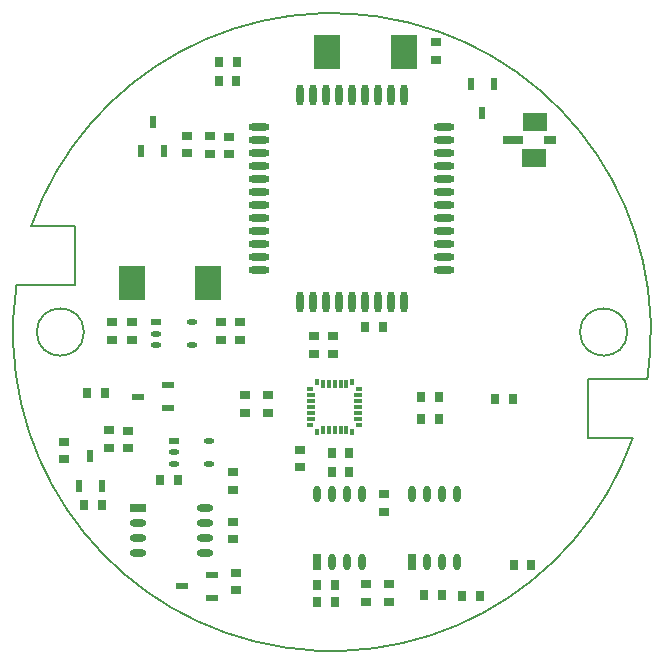
<source format=gtp>
%FSLAX25Y25*%
%MOIN*%
G70*
G01*
G75*
G04 Layer_Color=8421504*
%ADD10R,0.02756X0.03347*%
%ADD11R,0.03347X0.02756*%
%ADD12R,0.03937X0.03150*%
%ADD13R,0.07874X0.06000*%
%ADD14R,0.07000X0.03150*%
%ADD15O,0.07087X0.02362*%
%ADD16O,0.02362X0.07087*%
%ADD17R,0.03937X0.02362*%
%ADD18R,0.02362X0.03937*%
%ADD19R,0.01181X0.02165*%
%ADD20R,0.01181X0.03150*%
%ADD21R,0.02165X0.01181*%
%ADD22R,0.03150X0.01181*%
%ADD23O,0.05500X0.02500*%
%ADD24R,0.05500X0.02500*%
%ADD25R,0.08661X0.11811*%
%ADD26O,0.02500X0.05500*%
%ADD27R,0.02500X0.05500*%
%ADD28O,0.03543X0.01969*%
%ADD29R,0.03543X0.01969*%
%ADD30O,0.03543X0.01969*%
%ADD31C,0.01000*%
%ADD32C,0.00800*%
%ADD33C,0.03000*%
%ADD34C,0.02000*%
%ADD35C,0.04000*%
%ADD36C,0.05000*%
%ADD37C,0.06000*%
%ADD38C,0.00600*%
%ADD39C,0.02500*%
%ADD40C,0.00500*%
%ADD41C,0.06000*%
%ADD42R,0.05906X0.05906*%
%ADD43C,0.05906*%
%ADD44R,0.05906X0.05906*%
%ADD45O,0.07874X0.11811*%
%ADD46R,0.07874X0.11811*%
%ADD47C,0.03000*%
%ADD48C,0.02000*%
%ADD49C,0.05000*%
%ADD50R,0.02559X0.04843*%
%ADD51R,0.02756X0.08268*%
%ADD52R,0.01575X0.03347*%
%ADD53C,0.07000*%
%ADD54C,0.02362*%
%ADD55C,0.00984*%
%ADD56C,0.00787*%
%ADD57R,0.01575X0.11811*%
D10*
X-5000Y-84400D02*
D03*
X905D02*
D03*
X29761Y-28896D02*
D03*
X35667D02*
D03*
X-51294Y-49400D02*
D03*
X-57200D02*
D03*
X-31894Y83626D02*
D03*
X-37800D02*
D03*
X-37700Y90126D02*
D03*
X-31795D02*
D03*
X-81500Y-20400D02*
D03*
X-75595D02*
D03*
X60600Y-77500D02*
D03*
X66505D02*
D03*
X10994Y1626D02*
D03*
X16900D02*
D03*
X29767Y-21496D02*
D03*
X35672D02*
D03*
X36645Y-87774D02*
D03*
X30739D02*
D03*
X49300Y-87874D02*
D03*
X43395D02*
D03*
X-100Y-40174D02*
D03*
X5805D02*
D03*
X-100Y-46774D02*
D03*
X5805D02*
D03*
X-82500Y-57500D02*
D03*
X-76595D02*
D03*
X-5000Y-90000D02*
D03*
X905D02*
D03*
X54500Y-22400D02*
D03*
X60405D02*
D03*
D11*
X-28865Y-21074D02*
D03*
Y-26980D02*
D03*
X17200Y-53988D02*
D03*
Y-59894D02*
D03*
X-10500Y-45074D02*
D03*
Y-39169D02*
D03*
X-33000Y-52500D02*
D03*
Y-46595D02*
D03*
X-34400Y65095D02*
D03*
Y59190D02*
D03*
X-21300Y-21074D02*
D03*
Y-26980D02*
D03*
X-40800Y59300D02*
D03*
Y65206D02*
D03*
X400Y-7174D02*
D03*
Y-1268D02*
D03*
X-89400Y-36500D02*
D03*
Y-42406D02*
D03*
X-31900Y-80200D02*
D03*
Y-86106D02*
D03*
X-30700Y-2679D02*
D03*
Y3226D02*
D03*
X-66800Y-2679D02*
D03*
Y3226D02*
D03*
X-5900Y-1268D02*
D03*
Y-7174D02*
D03*
X-73400Y3232D02*
D03*
Y-2674D02*
D03*
X-37000Y3226D02*
D03*
Y-2679D02*
D03*
X-33000Y-63200D02*
D03*
Y-69105D02*
D03*
X19000Y-90000D02*
D03*
Y-84095D02*
D03*
X-48400Y65500D02*
D03*
Y59595D02*
D03*
X11300Y-90000D02*
D03*
Y-84095D02*
D03*
X-74300Y-38680D02*
D03*
Y-32774D02*
D03*
X34700Y96605D02*
D03*
Y90700D02*
D03*
X-67900Y-32874D02*
D03*
Y-38780D02*
D03*
D12*
X72600Y64000D02*
D03*
D13*
X67600Y70136D02*
D03*
X67500Y57900D02*
D03*
D14*
X60364Y64000D02*
D03*
D15*
X-24300Y68326D02*
D03*
Y63995D02*
D03*
Y59665D02*
D03*
Y55334D02*
D03*
Y51003D02*
D03*
Y46672D02*
D03*
Y42342D02*
D03*
Y38011D02*
D03*
Y33680D02*
D03*
Y29350D02*
D03*
Y25019D02*
D03*
Y20688D02*
D03*
X37511D02*
D03*
Y25019D02*
D03*
Y29350D02*
D03*
Y33680D02*
D03*
Y38011D02*
D03*
Y42342D02*
D03*
Y46672D02*
D03*
Y51003D02*
D03*
Y55334D02*
D03*
Y59665D02*
D03*
Y63995D02*
D03*
Y68326D02*
D03*
D16*
X-10717Y9861D02*
D03*
X-6387D02*
D03*
X-2056D02*
D03*
X2275D02*
D03*
X6605D02*
D03*
X10936D02*
D03*
X15267D02*
D03*
X19598D02*
D03*
X23928D02*
D03*
Y79153D02*
D03*
X19598D02*
D03*
X15267D02*
D03*
X10936D02*
D03*
X6605D02*
D03*
X2275D02*
D03*
X-2056D02*
D03*
X-6387D02*
D03*
X-10717D02*
D03*
D17*
X-54800Y-25474D02*
D03*
X-64643Y-21537D02*
D03*
X-54800Y-17600D02*
D03*
X-40100Y-88700D02*
D03*
X-49942Y-84763D02*
D03*
X-40100Y-80826D02*
D03*
D18*
X-84426Y-51300D02*
D03*
X-80489Y-41458D02*
D03*
X-76552Y-51300D02*
D03*
X54100Y82700D02*
D03*
X50163Y72857D02*
D03*
X46226Y82700D02*
D03*
X-63700Y60200D02*
D03*
X-59763Y70043D02*
D03*
X-55826Y60200D02*
D03*
D19*
X-5012Y-16692D02*
D03*
X6799D02*
D03*
Y-33267D02*
D03*
X-5012D02*
D03*
D20*
X-3043Y-17184D02*
D03*
X-1075D02*
D03*
X894D02*
D03*
X2862D02*
D03*
X4831D02*
D03*
Y-32775D02*
D03*
X2862D02*
D03*
X894D02*
D03*
X-1075D02*
D03*
X-3043D02*
D03*
D21*
X9181Y-19074D02*
D03*
Y-30885D02*
D03*
X-7394D02*
D03*
Y-19074D02*
D03*
D22*
X8689Y-21043D02*
D03*
Y-23011D02*
D03*
Y-24980D02*
D03*
Y-26948D02*
D03*
Y-28916D02*
D03*
X-6902D02*
D03*
Y-26948D02*
D03*
Y-24980D02*
D03*
Y-23011D02*
D03*
Y-21043D02*
D03*
D23*
X-64800Y-63774D02*
D03*
X-42162D02*
D03*
X-64800Y-73774D02*
D03*
Y-68774D02*
D03*
X-42162Y-73774D02*
D03*
Y-58774D02*
D03*
Y-68774D02*
D03*
D24*
X-64800Y-58774D02*
D03*
D25*
X23928Y93500D02*
D03*
X-1662D02*
D03*
X-41209Y16200D02*
D03*
X-66800D02*
D03*
D26*
X31645Y-76626D02*
D03*
Y-53988D02*
D03*
X41645Y-76626D02*
D03*
X36645D02*
D03*
X41645Y-53988D02*
D03*
X26645D02*
D03*
X36645D02*
D03*
X0Y-76674D02*
D03*
Y-54036D02*
D03*
X10000Y-76674D02*
D03*
X5000D02*
D03*
X10000Y-54036D02*
D03*
X-5000D02*
D03*
X5000D02*
D03*
D27*
X26645Y-76626D02*
D03*
X-5000Y-76674D02*
D03*
D28*
X-46689Y-4254D02*
D03*
X-58500Y-514D02*
D03*
Y-4254D02*
D03*
X-40889Y-43880D02*
D03*
X-52700Y-40140D02*
D03*
Y-43880D02*
D03*
D29*
X-58500Y3226D02*
D03*
X-52700Y-36400D02*
D03*
D30*
X-46689Y3226D02*
D03*
X-40889Y-36400D02*
D03*
D40*
X98425Y49D02*
G03*
X98425Y0I-7874J-49D01*
G01*
X-82677Y49D02*
G03*
X-82677Y0I-7874J-49D01*
G01*
X-105128Y15737D02*
G03*
X100221Y-35430I105128J-15737D01*
G01*
X105123Y-15766D02*
G03*
X-100244Y35364I-105123J15766D01*
G01*
X85315Y-15748D02*
X105000D01*
X85315Y-35433D02*
X100229D01*
X85315Y-35348D02*
Y-15748D01*
X-85515Y15748D02*
Y35348D01*
X-100199D02*
X-85515D01*
X-105128Y15748D02*
X-85515D01*
M02*

</source>
